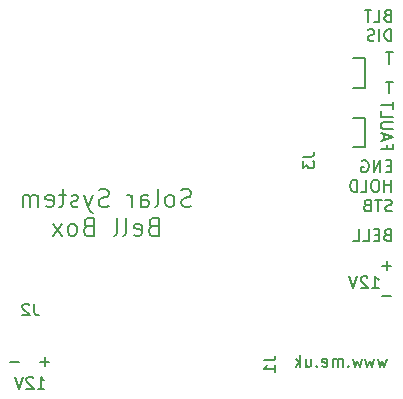
<source format=gbr>
%TF.GenerationSoftware,KiCad,Pcbnew,(5.1.9-0-10_14)*%
%TF.CreationDate,2021-08-26T08:08:46+01:00*%
%TF.ProjectId,Bell,42656c6c-2e6b-4696-9361-645f70636258,2*%
%TF.SameCoordinates,Original*%
%TF.FileFunction,Legend,Bot*%
%TF.FilePolarity,Positive*%
%FSLAX46Y46*%
G04 Gerber Fmt 4.6, Leading zero omitted, Abs format (unit mm)*
G04 Created by KiCad (PCBNEW (5.1.9-0-10_14)) date 2021-08-26 08:08:46*
%MOMM*%
%LPD*%
G01*
G04 APERTURE LIST*
%ADD10C,0.200000*%
%ADD11C,0.150000*%
G04 APERTURE END LIST*
D10*
X89328571Y-50582142D02*
X89114285Y-50653571D01*
X88757142Y-50653571D01*
X88614285Y-50582142D01*
X88542857Y-50510714D01*
X88471428Y-50367857D01*
X88471428Y-50225000D01*
X88542857Y-50082142D01*
X88614285Y-50010714D01*
X88757142Y-49939285D01*
X89042857Y-49867857D01*
X89185714Y-49796428D01*
X89257142Y-49725000D01*
X89328571Y-49582142D01*
X89328571Y-49439285D01*
X89257142Y-49296428D01*
X89185714Y-49225000D01*
X89042857Y-49153571D01*
X88685714Y-49153571D01*
X88471428Y-49225000D01*
X87614285Y-50653571D02*
X87757142Y-50582142D01*
X87828571Y-50510714D01*
X87900000Y-50367857D01*
X87900000Y-49939285D01*
X87828571Y-49796428D01*
X87757142Y-49725000D01*
X87614285Y-49653571D01*
X87400000Y-49653571D01*
X87257142Y-49725000D01*
X87185714Y-49796428D01*
X87114285Y-49939285D01*
X87114285Y-50367857D01*
X87185714Y-50510714D01*
X87257142Y-50582142D01*
X87400000Y-50653571D01*
X87614285Y-50653571D01*
X86257142Y-50653571D02*
X86400000Y-50582142D01*
X86471428Y-50439285D01*
X86471428Y-49153571D01*
X85042857Y-50653571D02*
X85042857Y-49867857D01*
X85114285Y-49725000D01*
X85257142Y-49653571D01*
X85542857Y-49653571D01*
X85685714Y-49725000D01*
X85042857Y-50582142D02*
X85185714Y-50653571D01*
X85542857Y-50653571D01*
X85685714Y-50582142D01*
X85757142Y-50439285D01*
X85757142Y-50296428D01*
X85685714Y-50153571D01*
X85542857Y-50082142D01*
X85185714Y-50082142D01*
X85042857Y-50010714D01*
X84328571Y-50653571D02*
X84328571Y-49653571D01*
X84328571Y-49939285D02*
X84257142Y-49796428D01*
X84185714Y-49725000D01*
X84042857Y-49653571D01*
X83900000Y-49653571D01*
X82328571Y-50582142D02*
X82114285Y-50653571D01*
X81757142Y-50653571D01*
X81614285Y-50582142D01*
X81542857Y-50510714D01*
X81471428Y-50367857D01*
X81471428Y-50225000D01*
X81542857Y-50082142D01*
X81614285Y-50010714D01*
X81757142Y-49939285D01*
X82042857Y-49867857D01*
X82185714Y-49796428D01*
X82257142Y-49725000D01*
X82328571Y-49582142D01*
X82328571Y-49439285D01*
X82257142Y-49296428D01*
X82185714Y-49225000D01*
X82042857Y-49153571D01*
X81685714Y-49153571D01*
X81471428Y-49225000D01*
X80971428Y-49653571D02*
X80614285Y-50653571D01*
X80257142Y-49653571D02*
X80614285Y-50653571D01*
X80757142Y-51010714D01*
X80828571Y-51082142D01*
X80971428Y-51153571D01*
X79757142Y-50582142D02*
X79614285Y-50653571D01*
X79328571Y-50653571D01*
X79185714Y-50582142D01*
X79114285Y-50439285D01*
X79114285Y-50367857D01*
X79185714Y-50225000D01*
X79328571Y-50153571D01*
X79542857Y-50153571D01*
X79685714Y-50082142D01*
X79757142Y-49939285D01*
X79757142Y-49867857D01*
X79685714Y-49725000D01*
X79542857Y-49653571D01*
X79328571Y-49653571D01*
X79185714Y-49725000D01*
X78685714Y-49653571D02*
X78114285Y-49653571D01*
X78471428Y-49153571D02*
X78471428Y-50439285D01*
X78400000Y-50582142D01*
X78257142Y-50653571D01*
X78114285Y-50653571D01*
X77042857Y-50582142D02*
X77185714Y-50653571D01*
X77471428Y-50653571D01*
X77614285Y-50582142D01*
X77685714Y-50439285D01*
X77685714Y-49867857D01*
X77614285Y-49725000D01*
X77471428Y-49653571D01*
X77185714Y-49653571D01*
X77042857Y-49725000D01*
X76971428Y-49867857D01*
X76971428Y-50010714D01*
X77685714Y-50153571D01*
X76328571Y-50653571D02*
X76328571Y-49653571D01*
X76328571Y-49796428D02*
X76257142Y-49725000D01*
X76114285Y-49653571D01*
X75900000Y-49653571D01*
X75757142Y-49725000D01*
X75685714Y-49867857D01*
X75685714Y-50653571D01*
X75685714Y-49867857D02*
X75614285Y-49725000D01*
X75471428Y-49653571D01*
X75257142Y-49653571D01*
X75114285Y-49725000D01*
X75042857Y-49867857D01*
X75042857Y-50653571D01*
X86078571Y-52317857D02*
X85864285Y-52389285D01*
X85792857Y-52460714D01*
X85721428Y-52603571D01*
X85721428Y-52817857D01*
X85792857Y-52960714D01*
X85864285Y-53032142D01*
X86007142Y-53103571D01*
X86578571Y-53103571D01*
X86578571Y-51603571D01*
X86078571Y-51603571D01*
X85935714Y-51675000D01*
X85864285Y-51746428D01*
X85792857Y-51889285D01*
X85792857Y-52032142D01*
X85864285Y-52175000D01*
X85935714Y-52246428D01*
X86078571Y-52317857D01*
X86578571Y-52317857D01*
X84507142Y-53032142D02*
X84650000Y-53103571D01*
X84935714Y-53103571D01*
X85078571Y-53032142D01*
X85150000Y-52889285D01*
X85150000Y-52317857D01*
X85078571Y-52175000D01*
X84935714Y-52103571D01*
X84650000Y-52103571D01*
X84507142Y-52175000D01*
X84435714Y-52317857D01*
X84435714Y-52460714D01*
X85150000Y-52603571D01*
X83578571Y-53103571D02*
X83721428Y-53032142D01*
X83792857Y-52889285D01*
X83792857Y-51603571D01*
X82792857Y-53103571D02*
X82935714Y-53032142D01*
X83007142Y-52889285D01*
X83007142Y-51603571D01*
X80578571Y-52317857D02*
X80364285Y-52389285D01*
X80292857Y-52460714D01*
X80221428Y-52603571D01*
X80221428Y-52817857D01*
X80292857Y-52960714D01*
X80364285Y-53032142D01*
X80507142Y-53103571D01*
X81078571Y-53103571D01*
X81078571Y-51603571D01*
X80578571Y-51603571D01*
X80435714Y-51675000D01*
X80364285Y-51746428D01*
X80292857Y-51889285D01*
X80292857Y-52032142D01*
X80364285Y-52175000D01*
X80435714Y-52246428D01*
X80578571Y-52317857D01*
X81078571Y-52317857D01*
X79364285Y-53103571D02*
X79507142Y-53032142D01*
X79578571Y-52960714D01*
X79650000Y-52817857D01*
X79650000Y-52389285D01*
X79578571Y-52246428D01*
X79507142Y-52175000D01*
X79364285Y-52103571D01*
X79150000Y-52103571D01*
X79007142Y-52175000D01*
X78935714Y-52246428D01*
X78864285Y-52389285D01*
X78864285Y-52817857D01*
X78935714Y-52960714D01*
X79007142Y-53032142D01*
X79150000Y-53103571D01*
X79364285Y-53103571D01*
X78364285Y-53103571D02*
X77578571Y-52103571D01*
X78364285Y-52103571D02*
X77578571Y-53103571D01*
D11*
X76319047Y-66052380D02*
X76890476Y-66052380D01*
X76604761Y-66052380D02*
X76604761Y-65052380D01*
X76700000Y-65195238D01*
X76795238Y-65290476D01*
X76890476Y-65338095D01*
X75938095Y-65147619D02*
X75890476Y-65100000D01*
X75795238Y-65052380D01*
X75557142Y-65052380D01*
X75461904Y-65100000D01*
X75414285Y-65147619D01*
X75366666Y-65242857D01*
X75366666Y-65338095D01*
X75414285Y-65480952D01*
X75985714Y-66052380D01*
X75366666Y-66052380D01*
X75080952Y-65052380D02*
X74747619Y-66052380D01*
X74414285Y-65052380D01*
X77280952Y-63771428D02*
X76519047Y-63771428D01*
X76900000Y-64152380D02*
X76900000Y-63390476D01*
X74780952Y-63771428D02*
X74019047Y-63771428D01*
X105857142Y-63535714D02*
X105666666Y-64202380D01*
X105476190Y-63726190D01*
X105285714Y-64202380D01*
X105095238Y-63535714D01*
X104809523Y-63535714D02*
X104619047Y-64202380D01*
X104428571Y-63726190D01*
X104238095Y-64202380D01*
X104047619Y-63535714D01*
X103761904Y-63535714D02*
X103571428Y-64202380D01*
X103380952Y-63726190D01*
X103190476Y-64202380D01*
X103000000Y-63535714D01*
X102619047Y-64107142D02*
X102571428Y-64154761D01*
X102619047Y-64202380D01*
X102666666Y-64154761D01*
X102619047Y-64107142D01*
X102619047Y-64202380D01*
X102142857Y-64202380D02*
X102142857Y-63535714D01*
X102142857Y-63630952D02*
X102095238Y-63583333D01*
X102000000Y-63535714D01*
X101857142Y-63535714D01*
X101761904Y-63583333D01*
X101714285Y-63678571D01*
X101714285Y-64202380D01*
X101714285Y-63678571D02*
X101666666Y-63583333D01*
X101571428Y-63535714D01*
X101428571Y-63535714D01*
X101333333Y-63583333D01*
X101285714Y-63678571D01*
X101285714Y-64202380D01*
X100428571Y-64154761D02*
X100523809Y-64202380D01*
X100714285Y-64202380D01*
X100809523Y-64154761D01*
X100857142Y-64059523D01*
X100857142Y-63678571D01*
X100809523Y-63583333D01*
X100714285Y-63535714D01*
X100523809Y-63535714D01*
X100428571Y-63583333D01*
X100380952Y-63678571D01*
X100380952Y-63773809D01*
X100857142Y-63869047D01*
X99952380Y-64107142D02*
X99904761Y-64154761D01*
X99952380Y-64202380D01*
X100000000Y-64154761D01*
X99952380Y-64107142D01*
X99952380Y-64202380D01*
X99047619Y-63535714D02*
X99047619Y-64202380D01*
X99476190Y-63535714D02*
X99476190Y-64059523D01*
X99428571Y-64154761D01*
X99333333Y-64202380D01*
X99190476Y-64202380D01*
X99095238Y-64154761D01*
X99047619Y-64107142D01*
X98571428Y-64202380D02*
X98571428Y-63202380D01*
X98476190Y-63821428D02*
X98190476Y-64202380D01*
X98190476Y-63535714D02*
X98571428Y-63916666D01*
X104000000Y-45600000D02*
X103000000Y-45600000D01*
X104000000Y-43100000D02*
X104000000Y-45600000D01*
X103000000Y-43100000D02*
X104000000Y-43100000D01*
X104000000Y-40600000D02*
X103000000Y-40600000D01*
X104000000Y-38100000D02*
X104000000Y-40600000D01*
X103000000Y-38100000D02*
X104000000Y-38100000D01*
X104619047Y-57552380D02*
X105190476Y-57552380D01*
X104904761Y-57552380D02*
X104904761Y-56552380D01*
X105000000Y-56695238D01*
X105095238Y-56790476D01*
X105190476Y-56838095D01*
X104238095Y-56647619D02*
X104190476Y-56600000D01*
X104095238Y-56552380D01*
X103857142Y-56552380D01*
X103761904Y-56600000D01*
X103714285Y-56647619D01*
X103666666Y-56742857D01*
X103666666Y-56838095D01*
X103714285Y-56980952D01*
X104285714Y-57552380D01*
X103666666Y-57552380D01*
X103380952Y-56552380D02*
X103047619Y-57552380D01*
X102714285Y-56552380D01*
X105914761Y-34453571D02*
X105771904Y-34501190D01*
X105724285Y-34548809D01*
X105676666Y-34644047D01*
X105676666Y-34786904D01*
X105724285Y-34882142D01*
X105771904Y-34929761D01*
X105867142Y-34977380D01*
X106248094Y-34977380D01*
X106248094Y-33977380D01*
X105914761Y-33977380D01*
X105819523Y-34025000D01*
X105771904Y-34072619D01*
X105724285Y-34167857D01*
X105724285Y-34263095D01*
X105771904Y-34358333D01*
X105819523Y-34405952D01*
X105914761Y-34453571D01*
X106248094Y-34453571D01*
X104771904Y-34977380D02*
X105248094Y-34977380D01*
X105248094Y-33977380D01*
X104581428Y-33977380D02*
X104009999Y-33977380D01*
X104295713Y-34977380D02*
X104295713Y-33977380D01*
X106248094Y-36627380D02*
X106248094Y-35627380D01*
X106009999Y-35627380D01*
X105867142Y-35675000D01*
X105771904Y-35770238D01*
X105724285Y-35865476D01*
X105676666Y-36055952D01*
X105676666Y-36198809D01*
X105724285Y-36389285D01*
X105771904Y-36484523D01*
X105867142Y-36579761D01*
X106009999Y-36627380D01*
X106248094Y-36627380D01*
X105248094Y-36627380D02*
X105248094Y-35627380D01*
X104819523Y-36579761D02*
X104676666Y-36627380D01*
X104438570Y-36627380D01*
X104343332Y-36579761D01*
X104295713Y-36532142D01*
X104248094Y-36436904D01*
X104248094Y-36341666D01*
X104295713Y-36246428D01*
X104343332Y-36198809D01*
X104438570Y-36151190D01*
X104629047Y-36103571D01*
X104724285Y-36055952D01*
X104771904Y-36008333D01*
X104819523Y-35913095D01*
X104819523Y-35817857D01*
X104771904Y-35722619D01*
X104724285Y-35675000D01*
X104629047Y-35627380D01*
X104390951Y-35627380D01*
X104248094Y-35675000D01*
X106390951Y-37552380D02*
X105819523Y-37552380D01*
X106105237Y-38552380D02*
X106105237Y-37552380D01*
X106390951Y-40052380D02*
X105819523Y-40052380D01*
X106105237Y-41052380D02*
X106105237Y-40052380D01*
X105897618Y-45445238D02*
X105897618Y-45778571D01*
X105373809Y-45778571D02*
X106373809Y-45778571D01*
X106373809Y-45302380D01*
X105659523Y-44969047D02*
X105659523Y-44492857D01*
X105373809Y-45064285D02*
X106373809Y-44730952D01*
X105373809Y-44397619D01*
X106373809Y-44064285D02*
X105564285Y-44064285D01*
X105469047Y-44016666D01*
X105421428Y-43969047D01*
X105373809Y-43873809D01*
X105373809Y-43683333D01*
X105421428Y-43588095D01*
X105469047Y-43540476D01*
X105564285Y-43492857D01*
X106373809Y-43492857D01*
X105373809Y-42540476D02*
X105373809Y-43016666D01*
X106373809Y-43016666D01*
X106373809Y-42350000D02*
X106373809Y-41778571D01*
X105373809Y-42064285D02*
X106373809Y-42064285D01*
X106248094Y-47203571D02*
X105914761Y-47203571D01*
X105771904Y-47727380D02*
X106248094Y-47727380D01*
X106248094Y-46727380D01*
X105771904Y-46727380D01*
X105343332Y-47727380D02*
X105343332Y-46727380D01*
X104771904Y-47727380D01*
X104771904Y-46727380D01*
X103771904Y-46775000D02*
X103867142Y-46727380D01*
X104009999Y-46727380D01*
X104152856Y-46775000D01*
X104248094Y-46870238D01*
X104295713Y-46965476D01*
X104343332Y-47155952D01*
X104343332Y-47298809D01*
X104295713Y-47489285D01*
X104248094Y-47584523D01*
X104152856Y-47679761D01*
X104009999Y-47727380D01*
X103914761Y-47727380D01*
X103771904Y-47679761D01*
X103724285Y-47632142D01*
X103724285Y-47298809D01*
X103914761Y-47298809D01*
X106248094Y-49377380D02*
X106248094Y-48377380D01*
X106248094Y-48853571D02*
X105676666Y-48853571D01*
X105676666Y-49377380D02*
X105676666Y-48377380D01*
X105009999Y-48377380D02*
X104819523Y-48377380D01*
X104724285Y-48425000D01*
X104629047Y-48520238D01*
X104581428Y-48710714D01*
X104581428Y-49044047D01*
X104629047Y-49234523D01*
X104724285Y-49329761D01*
X104819523Y-49377380D01*
X105009999Y-49377380D01*
X105105237Y-49329761D01*
X105200475Y-49234523D01*
X105248094Y-49044047D01*
X105248094Y-48710714D01*
X105200475Y-48520238D01*
X105105237Y-48425000D01*
X105009999Y-48377380D01*
X103676666Y-49377380D02*
X104152856Y-49377380D01*
X104152856Y-48377380D01*
X103343332Y-49377380D02*
X103343332Y-48377380D01*
X103105237Y-48377380D01*
X102962380Y-48425000D01*
X102867142Y-48520238D01*
X102819523Y-48615476D01*
X102771904Y-48805952D01*
X102771904Y-48948809D01*
X102819523Y-49139285D01*
X102867142Y-49234523D01*
X102962380Y-49329761D01*
X103105237Y-49377380D01*
X103343332Y-49377380D01*
X106295713Y-51004761D02*
X106152856Y-51052380D01*
X105914761Y-51052380D01*
X105819523Y-51004761D01*
X105771904Y-50957142D01*
X105724285Y-50861904D01*
X105724285Y-50766666D01*
X105771904Y-50671428D01*
X105819523Y-50623809D01*
X105914761Y-50576190D01*
X106105237Y-50528571D01*
X106200475Y-50480952D01*
X106248094Y-50433333D01*
X106295713Y-50338095D01*
X106295713Y-50242857D01*
X106248094Y-50147619D01*
X106200475Y-50100000D01*
X106105237Y-50052380D01*
X105867142Y-50052380D01*
X105724285Y-50100000D01*
X105438570Y-50052380D02*
X104867142Y-50052380D01*
X105152856Y-51052380D02*
X105152856Y-50052380D01*
X104200475Y-50528571D02*
X104057618Y-50576190D01*
X104009999Y-50623809D01*
X103962380Y-50719047D01*
X103962380Y-50861904D01*
X104009999Y-50957142D01*
X104057618Y-51004761D01*
X104152856Y-51052380D01*
X104533809Y-51052380D01*
X104533809Y-50052380D01*
X104200475Y-50052380D01*
X104105237Y-50100000D01*
X104057618Y-50147619D01*
X104009999Y-50242857D01*
X104009999Y-50338095D01*
X104057618Y-50433333D01*
X104105237Y-50480952D01*
X104200475Y-50528571D01*
X104533809Y-50528571D01*
X105914761Y-53028571D02*
X105771904Y-53076190D01*
X105724285Y-53123809D01*
X105676666Y-53219047D01*
X105676666Y-53361904D01*
X105724285Y-53457142D01*
X105771904Y-53504761D01*
X105867142Y-53552380D01*
X106248094Y-53552380D01*
X106248094Y-52552380D01*
X105914761Y-52552380D01*
X105819523Y-52600000D01*
X105771904Y-52647619D01*
X105724285Y-52742857D01*
X105724285Y-52838095D01*
X105771904Y-52933333D01*
X105819523Y-52980952D01*
X105914761Y-53028571D01*
X106248094Y-53028571D01*
X105248094Y-53028571D02*
X104914761Y-53028571D01*
X104771904Y-53552380D02*
X105248094Y-53552380D01*
X105248094Y-52552380D01*
X104771904Y-52552380D01*
X103867142Y-53552380D02*
X104343332Y-53552380D01*
X104343332Y-52552380D01*
X103057618Y-53552380D02*
X103533809Y-53552380D01*
X103533809Y-52552380D01*
X106248094Y-55671428D02*
X105486190Y-55671428D01*
X105867142Y-56052380D02*
X105867142Y-55290476D01*
X106248094Y-58171428D02*
X105486190Y-58171428D01*
%TO.C,J1*%
X95452380Y-63666666D02*
X96166666Y-63666666D01*
X96309523Y-63619047D01*
X96404761Y-63523809D01*
X96452380Y-63380952D01*
X96452380Y-63285714D01*
X96452380Y-64666666D02*
X96452380Y-64095238D01*
X96452380Y-64380952D02*
X95452380Y-64380952D01*
X95595238Y-64285714D01*
X95690476Y-64190476D01*
X95738095Y-64095238D01*
%TO.C,J3*%
X98752380Y-46416666D02*
X99466666Y-46416666D01*
X99609523Y-46369047D01*
X99704761Y-46273809D01*
X99752380Y-46130952D01*
X99752380Y-46035714D01*
X98752380Y-46797619D02*
X98752380Y-47416666D01*
X99133333Y-47083333D01*
X99133333Y-47226190D01*
X99180952Y-47321428D01*
X99228571Y-47369047D01*
X99323809Y-47416666D01*
X99561904Y-47416666D01*
X99657142Y-47369047D01*
X99704761Y-47321428D01*
X99752380Y-47226190D01*
X99752380Y-46940476D01*
X99704761Y-46845238D01*
X99657142Y-46797619D01*
%TO.C,J2*%
X76033333Y-58852380D02*
X76033333Y-59566666D01*
X76080952Y-59709523D01*
X76176190Y-59804761D01*
X76319047Y-59852380D01*
X76414285Y-59852380D01*
X75604761Y-58947619D02*
X75557142Y-58900000D01*
X75461904Y-58852380D01*
X75223809Y-58852380D01*
X75128571Y-58900000D01*
X75080952Y-58947619D01*
X75033333Y-59042857D01*
X75033333Y-59138095D01*
X75080952Y-59280952D01*
X75652380Y-59852380D01*
X75033333Y-59852380D01*
%TD*%
M02*

</source>
